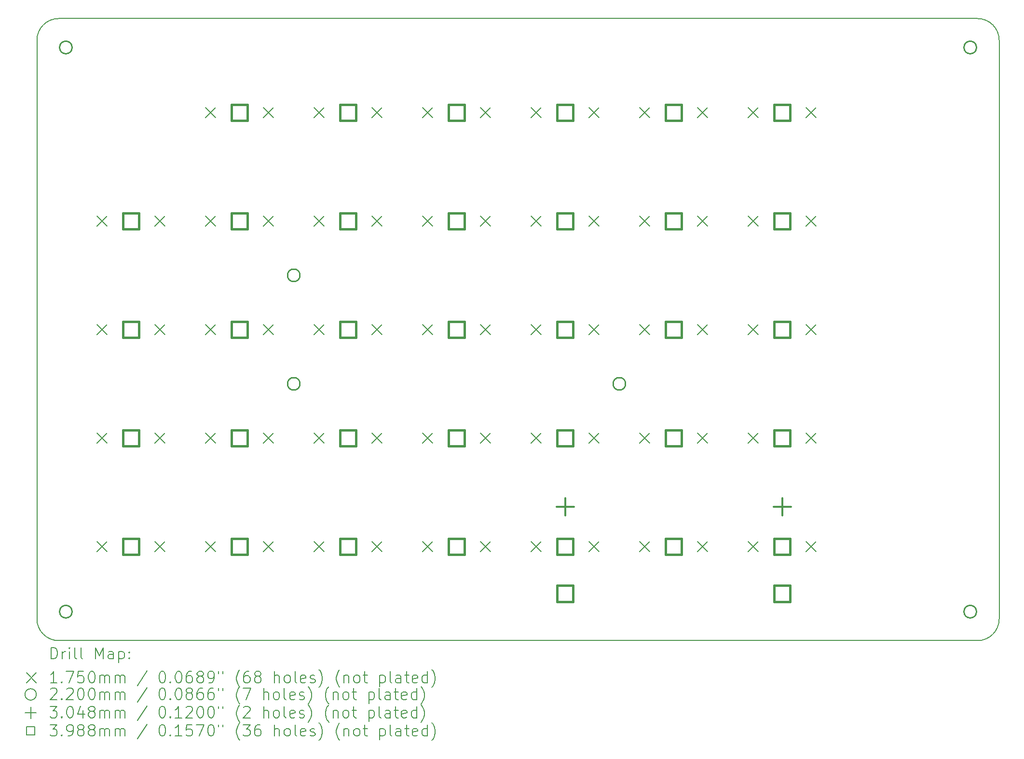
<source format=gbr>
%FSLAX45Y45*%
G04 Gerber Fmt 4.5, Leading zero omitted, Abs format (unit mm)*
G04 Created by KiCad (PCBNEW (6.0.1)) date 2022-04-05 18:44:09*
%MOMM*%
%LPD*%
G01*
G04 APERTURE LIST*
%TA.AperFunction,Profile*%
%ADD10C,0.200000*%
%TD*%
%ADD11C,0.200000*%
%ADD12C,0.175000*%
%ADD13C,0.220000*%
%ADD14C,0.304800*%
%ADD15C,0.398780*%
G04 APERTURE END LIST*
D10*
X3873500Y-3492500D02*
X20002500Y-3492500D01*
X20383500Y-3873500D02*
G75*
G03*
X20002500Y-3492500I-381000J0D01*
G01*
X20383500Y-3873500D02*
X20383500Y-14033500D01*
X3492500Y-14033500D02*
X3492500Y-3873500D01*
X20002500Y-14414500D02*
X3873500Y-14414500D01*
X3873500Y-3492500D02*
G75*
G03*
X3492500Y-3873500I0J-381000D01*
G01*
X3492500Y-14033500D02*
G75*
G03*
X3873500Y-14414500I381000J0D01*
G01*
X20002500Y-14414500D02*
G75*
G03*
X20383500Y-14033500I0J381000D01*
G01*
D11*
D12*
X4548000Y-6961000D02*
X4723000Y-7136000D01*
X4723000Y-6961000D02*
X4548000Y-7136000D01*
X4548000Y-8866000D02*
X4723000Y-9041000D01*
X4723000Y-8866000D02*
X4548000Y-9041000D01*
X4548000Y-10771000D02*
X4723000Y-10946000D01*
X4723000Y-10771000D02*
X4548000Y-10946000D01*
X4548000Y-12676000D02*
X4723000Y-12851000D01*
X4723000Y-12676000D02*
X4548000Y-12851000D01*
X5564000Y-6961000D02*
X5739000Y-7136000D01*
X5739000Y-6961000D02*
X5564000Y-7136000D01*
X5564000Y-8866000D02*
X5739000Y-9041000D01*
X5739000Y-8866000D02*
X5564000Y-9041000D01*
X5564000Y-10771000D02*
X5739000Y-10946000D01*
X5739000Y-10771000D02*
X5564000Y-10946000D01*
X5564000Y-12676000D02*
X5739000Y-12851000D01*
X5739000Y-12676000D02*
X5564000Y-12851000D01*
X6453000Y-5056000D02*
X6628000Y-5231000D01*
X6628000Y-5056000D02*
X6453000Y-5231000D01*
X6453000Y-6961000D02*
X6628000Y-7136000D01*
X6628000Y-6961000D02*
X6453000Y-7136000D01*
X6453000Y-8866000D02*
X6628000Y-9041000D01*
X6628000Y-8866000D02*
X6453000Y-9041000D01*
X6453000Y-10771000D02*
X6628000Y-10946000D01*
X6628000Y-10771000D02*
X6453000Y-10946000D01*
X6453000Y-12676000D02*
X6628000Y-12851000D01*
X6628000Y-12676000D02*
X6453000Y-12851000D01*
X7469000Y-5056000D02*
X7644000Y-5231000D01*
X7644000Y-5056000D02*
X7469000Y-5231000D01*
X7469000Y-6961000D02*
X7644000Y-7136000D01*
X7644000Y-6961000D02*
X7469000Y-7136000D01*
X7469000Y-8866000D02*
X7644000Y-9041000D01*
X7644000Y-8866000D02*
X7469000Y-9041000D01*
X7469000Y-10771000D02*
X7644000Y-10946000D01*
X7644000Y-10771000D02*
X7469000Y-10946000D01*
X7469000Y-12676000D02*
X7644000Y-12851000D01*
X7644000Y-12676000D02*
X7469000Y-12851000D01*
X8358000Y-5056000D02*
X8533000Y-5231000D01*
X8533000Y-5056000D02*
X8358000Y-5231000D01*
X8358000Y-6961000D02*
X8533000Y-7136000D01*
X8533000Y-6961000D02*
X8358000Y-7136000D01*
X8358000Y-8866000D02*
X8533000Y-9041000D01*
X8533000Y-8866000D02*
X8358000Y-9041000D01*
X8358000Y-10771000D02*
X8533000Y-10946000D01*
X8533000Y-10771000D02*
X8358000Y-10946000D01*
X8358000Y-12676000D02*
X8533000Y-12851000D01*
X8533000Y-12676000D02*
X8358000Y-12851000D01*
X9374000Y-5056000D02*
X9549000Y-5231000D01*
X9549000Y-5056000D02*
X9374000Y-5231000D01*
X9374000Y-6961000D02*
X9549000Y-7136000D01*
X9549000Y-6961000D02*
X9374000Y-7136000D01*
X9374000Y-8866000D02*
X9549000Y-9041000D01*
X9549000Y-8866000D02*
X9374000Y-9041000D01*
X9374000Y-10771000D02*
X9549000Y-10946000D01*
X9549000Y-10771000D02*
X9374000Y-10946000D01*
X9374000Y-12676000D02*
X9549000Y-12851000D01*
X9549000Y-12676000D02*
X9374000Y-12851000D01*
X10263000Y-5056000D02*
X10438000Y-5231000D01*
X10438000Y-5056000D02*
X10263000Y-5231000D01*
X10263000Y-6961000D02*
X10438000Y-7136000D01*
X10438000Y-6961000D02*
X10263000Y-7136000D01*
X10263000Y-8866000D02*
X10438000Y-9041000D01*
X10438000Y-8866000D02*
X10263000Y-9041000D01*
X10263000Y-10771000D02*
X10438000Y-10946000D01*
X10438000Y-10771000D02*
X10263000Y-10946000D01*
X10263000Y-12676000D02*
X10438000Y-12851000D01*
X10438000Y-12676000D02*
X10263000Y-12851000D01*
X11279000Y-5056000D02*
X11454000Y-5231000D01*
X11454000Y-5056000D02*
X11279000Y-5231000D01*
X11279000Y-6961000D02*
X11454000Y-7136000D01*
X11454000Y-6961000D02*
X11279000Y-7136000D01*
X11279000Y-8866000D02*
X11454000Y-9041000D01*
X11454000Y-8866000D02*
X11279000Y-9041000D01*
X11279000Y-10771000D02*
X11454000Y-10946000D01*
X11454000Y-10771000D02*
X11279000Y-10946000D01*
X11279000Y-12676000D02*
X11454000Y-12851000D01*
X11454000Y-12676000D02*
X11279000Y-12851000D01*
X12168000Y-5056000D02*
X12343000Y-5231000D01*
X12343000Y-5056000D02*
X12168000Y-5231000D01*
X12168000Y-6961000D02*
X12343000Y-7136000D01*
X12343000Y-6961000D02*
X12168000Y-7136000D01*
X12168000Y-8866000D02*
X12343000Y-9041000D01*
X12343000Y-8866000D02*
X12168000Y-9041000D01*
X12168000Y-10771000D02*
X12343000Y-10946000D01*
X12343000Y-10771000D02*
X12168000Y-10946000D01*
X12168000Y-12676000D02*
X12343000Y-12851000D01*
X12343000Y-12676000D02*
X12168000Y-12851000D01*
X13184000Y-5056000D02*
X13359000Y-5231000D01*
X13359000Y-5056000D02*
X13184000Y-5231000D01*
X13184000Y-6961000D02*
X13359000Y-7136000D01*
X13359000Y-6961000D02*
X13184000Y-7136000D01*
X13184000Y-8866000D02*
X13359000Y-9041000D01*
X13359000Y-8866000D02*
X13184000Y-9041000D01*
X13184000Y-10771000D02*
X13359000Y-10946000D01*
X13359000Y-10771000D02*
X13184000Y-10946000D01*
X13184000Y-12676000D02*
X13359000Y-12851000D01*
X13359000Y-12676000D02*
X13184000Y-12851000D01*
X14073000Y-5056000D02*
X14248000Y-5231000D01*
X14248000Y-5056000D02*
X14073000Y-5231000D01*
X14073000Y-6961000D02*
X14248000Y-7136000D01*
X14248000Y-6961000D02*
X14073000Y-7136000D01*
X14073000Y-8866000D02*
X14248000Y-9041000D01*
X14248000Y-8866000D02*
X14073000Y-9041000D01*
X14073000Y-10771000D02*
X14248000Y-10946000D01*
X14248000Y-10771000D02*
X14073000Y-10946000D01*
X14073440Y-12675220D02*
X14248440Y-12850220D01*
X14248440Y-12675220D02*
X14073440Y-12850220D01*
X15089000Y-5056000D02*
X15264000Y-5231000D01*
X15264000Y-5056000D02*
X15089000Y-5231000D01*
X15089000Y-6961000D02*
X15264000Y-7136000D01*
X15264000Y-6961000D02*
X15089000Y-7136000D01*
X15089000Y-8866000D02*
X15264000Y-9041000D01*
X15264000Y-8866000D02*
X15089000Y-9041000D01*
X15089000Y-10771000D02*
X15264000Y-10946000D01*
X15264000Y-10771000D02*
X15089000Y-10946000D01*
X15089440Y-12675220D02*
X15264440Y-12850220D01*
X15264440Y-12675220D02*
X15089440Y-12850220D01*
X15978000Y-5056000D02*
X16153000Y-5231000D01*
X16153000Y-5056000D02*
X15978000Y-5231000D01*
X15978000Y-6961000D02*
X16153000Y-7136000D01*
X16153000Y-6961000D02*
X15978000Y-7136000D01*
X15978000Y-8866000D02*
X16153000Y-9041000D01*
X16153000Y-8866000D02*
X15978000Y-9041000D01*
X15978000Y-10771000D02*
X16153000Y-10946000D01*
X16153000Y-10771000D02*
X15978000Y-10946000D01*
X15978000Y-12676000D02*
X16153000Y-12851000D01*
X16153000Y-12676000D02*
X15978000Y-12851000D01*
X16994000Y-5056000D02*
X17169000Y-5231000D01*
X17169000Y-5056000D02*
X16994000Y-5231000D01*
X16994000Y-6961000D02*
X17169000Y-7136000D01*
X17169000Y-6961000D02*
X16994000Y-7136000D01*
X16994000Y-8866000D02*
X17169000Y-9041000D01*
X17169000Y-8866000D02*
X16994000Y-9041000D01*
X16994000Y-10771000D02*
X17169000Y-10946000D01*
X17169000Y-10771000D02*
X16994000Y-10946000D01*
X16994000Y-12676000D02*
X17169000Y-12851000D01*
X17169000Y-12676000D02*
X16994000Y-12851000D01*
D13*
X4110500Y-4000500D02*
G75*
G03*
X4110500Y-4000500I-110000J0D01*
G01*
X4110500Y-13906500D02*
G75*
G03*
X4110500Y-13906500I-110000J0D01*
G01*
X8111000Y-8001000D02*
G75*
G03*
X8111000Y-8001000I-110000J0D01*
G01*
X8111000Y-9906000D02*
G75*
G03*
X8111000Y-9906000I-110000J0D01*
G01*
X13826000Y-9906000D02*
G75*
G03*
X13826000Y-9906000I-110000J0D01*
G01*
X19985500Y-4000500D02*
G75*
G03*
X19985500Y-4000500I-110000J0D01*
G01*
X19985500Y-13906500D02*
G75*
G03*
X19985500Y-13906500I-110000J0D01*
G01*
D14*
X12763940Y-11911820D02*
X12763940Y-12216620D01*
X12611540Y-12064220D02*
X12916340Y-12064220D01*
X16573940Y-11911820D02*
X16573940Y-12216620D01*
X16421540Y-12064220D02*
X16726340Y-12064220D01*
D15*
X5284491Y-7189491D02*
X5284491Y-6907509D01*
X5002509Y-6907509D01*
X5002509Y-7189491D01*
X5284491Y-7189491D01*
X5284491Y-9094491D02*
X5284491Y-8812509D01*
X5002509Y-8812509D01*
X5002509Y-9094491D01*
X5284491Y-9094491D01*
X5284491Y-10999491D02*
X5284491Y-10717509D01*
X5002509Y-10717509D01*
X5002509Y-10999491D01*
X5284491Y-10999491D01*
X5284491Y-12904491D02*
X5284491Y-12622509D01*
X5002509Y-12622509D01*
X5002509Y-12904491D01*
X5284491Y-12904491D01*
X7189491Y-5284491D02*
X7189491Y-5002509D01*
X6907509Y-5002509D01*
X6907509Y-5284491D01*
X7189491Y-5284491D01*
X7189491Y-7189491D02*
X7189491Y-6907509D01*
X6907509Y-6907509D01*
X6907509Y-7189491D01*
X7189491Y-7189491D01*
X7189491Y-9094491D02*
X7189491Y-8812509D01*
X6907509Y-8812509D01*
X6907509Y-9094491D01*
X7189491Y-9094491D01*
X7189491Y-10999491D02*
X7189491Y-10717509D01*
X6907509Y-10717509D01*
X6907509Y-10999491D01*
X7189491Y-10999491D01*
X7189491Y-12904491D02*
X7189491Y-12622509D01*
X6907509Y-12622509D01*
X6907509Y-12904491D01*
X7189491Y-12904491D01*
X9094491Y-5284491D02*
X9094491Y-5002509D01*
X8812509Y-5002509D01*
X8812509Y-5284491D01*
X9094491Y-5284491D01*
X9094491Y-7189491D02*
X9094491Y-6907509D01*
X8812509Y-6907509D01*
X8812509Y-7189491D01*
X9094491Y-7189491D01*
X9094491Y-9094491D02*
X9094491Y-8812509D01*
X8812509Y-8812509D01*
X8812509Y-9094491D01*
X9094491Y-9094491D01*
X9094491Y-10999491D02*
X9094491Y-10717509D01*
X8812509Y-10717509D01*
X8812509Y-10999491D01*
X9094491Y-10999491D01*
X9094491Y-12904491D02*
X9094491Y-12622509D01*
X8812509Y-12622509D01*
X8812509Y-12904491D01*
X9094491Y-12904491D01*
X10999491Y-5284491D02*
X10999491Y-5002509D01*
X10717509Y-5002509D01*
X10717509Y-5284491D01*
X10999491Y-5284491D01*
X10999491Y-7189491D02*
X10999491Y-6907509D01*
X10717509Y-6907509D01*
X10717509Y-7189491D01*
X10999491Y-7189491D01*
X10999491Y-9094491D02*
X10999491Y-8812509D01*
X10717509Y-8812509D01*
X10717509Y-9094491D01*
X10999491Y-9094491D01*
X10999491Y-10999491D02*
X10999491Y-10717509D01*
X10717509Y-10717509D01*
X10717509Y-10999491D01*
X10999491Y-10999491D01*
X10999491Y-12904491D02*
X10999491Y-12622509D01*
X10717509Y-12622509D01*
X10717509Y-12904491D01*
X10999491Y-12904491D01*
X12904491Y-5284491D02*
X12904491Y-5002509D01*
X12622509Y-5002509D01*
X12622509Y-5284491D01*
X12904491Y-5284491D01*
X12904491Y-7189491D02*
X12904491Y-6907509D01*
X12622509Y-6907509D01*
X12622509Y-7189491D01*
X12904491Y-7189491D01*
X12904491Y-9094491D02*
X12904491Y-8812509D01*
X12622509Y-8812509D01*
X12622509Y-9094491D01*
X12904491Y-9094491D01*
X12904491Y-10999491D02*
X12904491Y-10717509D01*
X12622509Y-10717509D01*
X12622509Y-10999491D01*
X12904491Y-10999491D01*
X12904491Y-12904491D02*
X12904491Y-12622509D01*
X12622509Y-12622509D01*
X12622509Y-12904491D01*
X12904491Y-12904491D01*
X12904931Y-13729211D02*
X12904931Y-13447229D01*
X12622949Y-13447229D01*
X12622949Y-13729211D01*
X12904931Y-13729211D01*
X14809491Y-5284491D02*
X14809491Y-5002509D01*
X14527509Y-5002509D01*
X14527509Y-5284491D01*
X14809491Y-5284491D01*
X14809491Y-7189491D02*
X14809491Y-6907509D01*
X14527509Y-6907509D01*
X14527509Y-7189491D01*
X14809491Y-7189491D01*
X14809491Y-9094491D02*
X14809491Y-8812509D01*
X14527509Y-8812509D01*
X14527509Y-9094491D01*
X14809491Y-9094491D01*
X14809491Y-10999491D02*
X14809491Y-10717509D01*
X14527509Y-10717509D01*
X14527509Y-10999491D01*
X14809491Y-10999491D01*
X14809931Y-12903711D02*
X14809931Y-12621729D01*
X14527949Y-12621729D01*
X14527949Y-12903711D01*
X14809931Y-12903711D01*
X16714491Y-5284491D02*
X16714491Y-5002509D01*
X16432509Y-5002509D01*
X16432509Y-5284491D01*
X16714491Y-5284491D01*
X16714491Y-7189491D02*
X16714491Y-6907509D01*
X16432509Y-6907509D01*
X16432509Y-7189491D01*
X16714491Y-7189491D01*
X16714491Y-9094491D02*
X16714491Y-8812509D01*
X16432509Y-8812509D01*
X16432509Y-9094491D01*
X16714491Y-9094491D01*
X16714491Y-10999491D02*
X16714491Y-10717509D01*
X16432509Y-10717509D01*
X16432509Y-10999491D01*
X16714491Y-10999491D01*
X16714491Y-12904491D02*
X16714491Y-12622509D01*
X16432509Y-12622509D01*
X16432509Y-12904491D01*
X16714491Y-12904491D01*
X16714931Y-13729211D02*
X16714931Y-13447229D01*
X16432949Y-13447229D01*
X16432949Y-13729211D01*
X16714931Y-13729211D01*
D11*
X3740119Y-14734976D02*
X3740119Y-14534976D01*
X3787738Y-14534976D01*
X3816309Y-14544500D01*
X3835357Y-14563548D01*
X3844881Y-14582595D01*
X3854405Y-14620690D01*
X3854405Y-14649262D01*
X3844881Y-14687357D01*
X3835357Y-14706405D01*
X3816309Y-14725452D01*
X3787738Y-14734976D01*
X3740119Y-14734976D01*
X3940119Y-14734976D02*
X3940119Y-14601643D01*
X3940119Y-14639738D02*
X3949643Y-14620690D01*
X3959167Y-14611167D01*
X3978214Y-14601643D01*
X3997262Y-14601643D01*
X4063928Y-14734976D02*
X4063928Y-14601643D01*
X4063928Y-14534976D02*
X4054405Y-14544500D01*
X4063928Y-14554024D01*
X4073452Y-14544500D01*
X4063928Y-14534976D01*
X4063928Y-14554024D01*
X4187738Y-14734976D02*
X4168690Y-14725452D01*
X4159167Y-14706405D01*
X4159167Y-14534976D01*
X4292500Y-14734976D02*
X4273452Y-14725452D01*
X4263929Y-14706405D01*
X4263929Y-14534976D01*
X4521071Y-14734976D02*
X4521071Y-14534976D01*
X4587738Y-14677833D01*
X4654405Y-14534976D01*
X4654405Y-14734976D01*
X4835357Y-14734976D02*
X4835357Y-14630214D01*
X4825833Y-14611167D01*
X4806786Y-14601643D01*
X4768690Y-14601643D01*
X4749643Y-14611167D01*
X4835357Y-14725452D02*
X4816310Y-14734976D01*
X4768690Y-14734976D01*
X4749643Y-14725452D01*
X4740119Y-14706405D01*
X4740119Y-14687357D01*
X4749643Y-14668309D01*
X4768690Y-14658786D01*
X4816310Y-14658786D01*
X4835357Y-14649262D01*
X4930595Y-14601643D02*
X4930595Y-14801643D01*
X4930595Y-14611167D02*
X4949643Y-14601643D01*
X4987738Y-14601643D01*
X5006786Y-14611167D01*
X5016310Y-14620690D01*
X5025833Y-14639738D01*
X5025833Y-14696881D01*
X5016310Y-14715928D01*
X5006786Y-14725452D01*
X4987738Y-14734976D01*
X4949643Y-14734976D01*
X4930595Y-14725452D01*
X5111548Y-14715928D02*
X5121071Y-14725452D01*
X5111548Y-14734976D01*
X5102024Y-14725452D01*
X5111548Y-14715928D01*
X5111548Y-14734976D01*
X5111548Y-14611167D02*
X5121071Y-14620690D01*
X5111548Y-14630214D01*
X5102024Y-14620690D01*
X5111548Y-14611167D01*
X5111548Y-14630214D01*
D12*
X3307500Y-14977000D02*
X3482500Y-15152000D01*
X3482500Y-14977000D02*
X3307500Y-15152000D01*
D11*
X3844881Y-15154976D02*
X3730595Y-15154976D01*
X3787738Y-15154976D02*
X3787738Y-14954976D01*
X3768690Y-14983548D01*
X3749643Y-15002595D01*
X3730595Y-15012119D01*
X3930595Y-15135928D02*
X3940119Y-15145452D01*
X3930595Y-15154976D01*
X3921071Y-15145452D01*
X3930595Y-15135928D01*
X3930595Y-15154976D01*
X4006786Y-14954976D02*
X4140119Y-14954976D01*
X4054405Y-15154976D01*
X4311548Y-14954976D02*
X4216310Y-14954976D01*
X4206786Y-15050214D01*
X4216310Y-15040690D01*
X4235357Y-15031167D01*
X4282976Y-15031167D01*
X4302024Y-15040690D01*
X4311548Y-15050214D01*
X4321071Y-15069262D01*
X4321071Y-15116881D01*
X4311548Y-15135928D01*
X4302024Y-15145452D01*
X4282976Y-15154976D01*
X4235357Y-15154976D01*
X4216310Y-15145452D01*
X4206786Y-15135928D01*
X4444881Y-14954976D02*
X4463929Y-14954976D01*
X4482976Y-14964500D01*
X4492500Y-14974024D01*
X4502024Y-14993071D01*
X4511548Y-15031167D01*
X4511548Y-15078786D01*
X4502024Y-15116881D01*
X4492500Y-15135928D01*
X4482976Y-15145452D01*
X4463929Y-15154976D01*
X4444881Y-15154976D01*
X4425833Y-15145452D01*
X4416310Y-15135928D01*
X4406786Y-15116881D01*
X4397262Y-15078786D01*
X4397262Y-15031167D01*
X4406786Y-14993071D01*
X4416310Y-14974024D01*
X4425833Y-14964500D01*
X4444881Y-14954976D01*
X4597262Y-15154976D02*
X4597262Y-15021643D01*
X4597262Y-15040690D02*
X4606786Y-15031167D01*
X4625833Y-15021643D01*
X4654405Y-15021643D01*
X4673452Y-15031167D01*
X4682976Y-15050214D01*
X4682976Y-15154976D01*
X4682976Y-15050214D02*
X4692500Y-15031167D01*
X4711548Y-15021643D01*
X4740119Y-15021643D01*
X4759167Y-15031167D01*
X4768690Y-15050214D01*
X4768690Y-15154976D01*
X4863929Y-15154976D02*
X4863929Y-15021643D01*
X4863929Y-15040690D02*
X4873452Y-15031167D01*
X4892500Y-15021643D01*
X4921071Y-15021643D01*
X4940119Y-15031167D01*
X4949643Y-15050214D01*
X4949643Y-15154976D01*
X4949643Y-15050214D02*
X4959167Y-15031167D01*
X4978214Y-15021643D01*
X5006786Y-15021643D01*
X5025833Y-15031167D01*
X5035357Y-15050214D01*
X5035357Y-15154976D01*
X5425833Y-14945452D02*
X5254405Y-15202595D01*
X5682976Y-14954976D02*
X5702024Y-14954976D01*
X5721071Y-14964500D01*
X5730595Y-14974024D01*
X5740119Y-14993071D01*
X5749643Y-15031167D01*
X5749643Y-15078786D01*
X5740119Y-15116881D01*
X5730595Y-15135928D01*
X5721071Y-15145452D01*
X5702024Y-15154976D01*
X5682976Y-15154976D01*
X5663928Y-15145452D01*
X5654405Y-15135928D01*
X5644881Y-15116881D01*
X5635357Y-15078786D01*
X5635357Y-15031167D01*
X5644881Y-14993071D01*
X5654405Y-14974024D01*
X5663928Y-14964500D01*
X5682976Y-14954976D01*
X5835357Y-15135928D02*
X5844881Y-15145452D01*
X5835357Y-15154976D01*
X5825833Y-15145452D01*
X5835357Y-15135928D01*
X5835357Y-15154976D01*
X5968690Y-14954976D02*
X5987738Y-14954976D01*
X6006786Y-14964500D01*
X6016309Y-14974024D01*
X6025833Y-14993071D01*
X6035357Y-15031167D01*
X6035357Y-15078786D01*
X6025833Y-15116881D01*
X6016309Y-15135928D01*
X6006786Y-15145452D01*
X5987738Y-15154976D01*
X5968690Y-15154976D01*
X5949643Y-15145452D01*
X5940119Y-15135928D01*
X5930595Y-15116881D01*
X5921071Y-15078786D01*
X5921071Y-15031167D01*
X5930595Y-14993071D01*
X5940119Y-14974024D01*
X5949643Y-14964500D01*
X5968690Y-14954976D01*
X6206786Y-14954976D02*
X6168690Y-14954976D01*
X6149643Y-14964500D01*
X6140119Y-14974024D01*
X6121071Y-15002595D01*
X6111548Y-15040690D01*
X6111548Y-15116881D01*
X6121071Y-15135928D01*
X6130595Y-15145452D01*
X6149643Y-15154976D01*
X6187738Y-15154976D01*
X6206786Y-15145452D01*
X6216309Y-15135928D01*
X6225833Y-15116881D01*
X6225833Y-15069262D01*
X6216309Y-15050214D01*
X6206786Y-15040690D01*
X6187738Y-15031167D01*
X6149643Y-15031167D01*
X6130595Y-15040690D01*
X6121071Y-15050214D01*
X6111548Y-15069262D01*
X6340119Y-15040690D02*
X6321071Y-15031167D01*
X6311548Y-15021643D01*
X6302024Y-15002595D01*
X6302024Y-14993071D01*
X6311548Y-14974024D01*
X6321071Y-14964500D01*
X6340119Y-14954976D01*
X6378214Y-14954976D01*
X6397262Y-14964500D01*
X6406786Y-14974024D01*
X6416309Y-14993071D01*
X6416309Y-15002595D01*
X6406786Y-15021643D01*
X6397262Y-15031167D01*
X6378214Y-15040690D01*
X6340119Y-15040690D01*
X6321071Y-15050214D01*
X6311548Y-15059738D01*
X6302024Y-15078786D01*
X6302024Y-15116881D01*
X6311548Y-15135928D01*
X6321071Y-15145452D01*
X6340119Y-15154976D01*
X6378214Y-15154976D01*
X6397262Y-15145452D01*
X6406786Y-15135928D01*
X6416309Y-15116881D01*
X6416309Y-15078786D01*
X6406786Y-15059738D01*
X6397262Y-15050214D01*
X6378214Y-15040690D01*
X6511548Y-15154976D02*
X6549643Y-15154976D01*
X6568690Y-15145452D01*
X6578214Y-15135928D01*
X6597262Y-15107357D01*
X6606786Y-15069262D01*
X6606786Y-14993071D01*
X6597262Y-14974024D01*
X6587738Y-14964500D01*
X6568690Y-14954976D01*
X6530595Y-14954976D01*
X6511548Y-14964500D01*
X6502024Y-14974024D01*
X6492500Y-14993071D01*
X6492500Y-15040690D01*
X6502024Y-15059738D01*
X6511548Y-15069262D01*
X6530595Y-15078786D01*
X6568690Y-15078786D01*
X6587738Y-15069262D01*
X6597262Y-15059738D01*
X6606786Y-15040690D01*
X6682976Y-14954976D02*
X6682976Y-14993071D01*
X6759167Y-14954976D02*
X6759167Y-14993071D01*
X7054405Y-15231167D02*
X7044881Y-15221643D01*
X7025833Y-15193071D01*
X7016309Y-15174024D01*
X7006786Y-15145452D01*
X6997262Y-15097833D01*
X6997262Y-15059738D01*
X7006786Y-15012119D01*
X7016309Y-14983548D01*
X7025833Y-14964500D01*
X7044881Y-14935928D01*
X7054405Y-14926405D01*
X7216309Y-14954976D02*
X7178214Y-14954976D01*
X7159167Y-14964500D01*
X7149643Y-14974024D01*
X7130595Y-15002595D01*
X7121071Y-15040690D01*
X7121071Y-15116881D01*
X7130595Y-15135928D01*
X7140119Y-15145452D01*
X7159167Y-15154976D01*
X7197262Y-15154976D01*
X7216309Y-15145452D01*
X7225833Y-15135928D01*
X7235357Y-15116881D01*
X7235357Y-15069262D01*
X7225833Y-15050214D01*
X7216309Y-15040690D01*
X7197262Y-15031167D01*
X7159167Y-15031167D01*
X7140119Y-15040690D01*
X7130595Y-15050214D01*
X7121071Y-15069262D01*
X7349643Y-15040690D02*
X7330595Y-15031167D01*
X7321071Y-15021643D01*
X7311548Y-15002595D01*
X7311548Y-14993071D01*
X7321071Y-14974024D01*
X7330595Y-14964500D01*
X7349643Y-14954976D01*
X7387738Y-14954976D01*
X7406786Y-14964500D01*
X7416309Y-14974024D01*
X7425833Y-14993071D01*
X7425833Y-15002595D01*
X7416309Y-15021643D01*
X7406786Y-15031167D01*
X7387738Y-15040690D01*
X7349643Y-15040690D01*
X7330595Y-15050214D01*
X7321071Y-15059738D01*
X7311548Y-15078786D01*
X7311548Y-15116881D01*
X7321071Y-15135928D01*
X7330595Y-15145452D01*
X7349643Y-15154976D01*
X7387738Y-15154976D01*
X7406786Y-15145452D01*
X7416309Y-15135928D01*
X7425833Y-15116881D01*
X7425833Y-15078786D01*
X7416309Y-15059738D01*
X7406786Y-15050214D01*
X7387738Y-15040690D01*
X7663928Y-15154976D02*
X7663928Y-14954976D01*
X7749643Y-15154976D02*
X7749643Y-15050214D01*
X7740119Y-15031167D01*
X7721071Y-15021643D01*
X7692500Y-15021643D01*
X7673452Y-15031167D01*
X7663928Y-15040690D01*
X7873452Y-15154976D02*
X7854405Y-15145452D01*
X7844881Y-15135928D01*
X7835357Y-15116881D01*
X7835357Y-15059738D01*
X7844881Y-15040690D01*
X7854405Y-15031167D01*
X7873452Y-15021643D01*
X7902024Y-15021643D01*
X7921071Y-15031167D01*
X7930595Y-15040690D01*
X7940119Y-15059738D01*
X7940119Y-15116881D01*
X7930595Y-15135928D01*
X7921071Y-15145452D01*
X7902024Y-15154976D01*
X7873452Y-15154976D01*
X8054405Y-15154976D02*
X8035357Y-15145452D01*
X8025833Y-15126405D01*
X8025833Y-14954976D01*
X8206786Y-15145452D02*
X8187738Y-15154976D01*
X8149643Y-15154976D01*
X8130595Y-15145452D01*
X8121071Y-15126405D01*
X8121071Y-15050214D01*
X8130595Y-15031167D01*
X8149643Y-15021643D01*
X8187738Y-15021643D01*
X8206786Y-15031167D01*
X8216309Y-15050214D01*
X8216309Y-15069262D01*
X8121071Y-15088309D01*
X8292500Y-15145452D02*
X8311548Y-15154976D01*
X8349643Y-15154976D01*
X8368690Y-15145452D01*
X8378214Y-15126405D01*
X8378214Y-15116881D01*
X8368690Y-15097833D01*
X8349643Y-15088309D01*
X8321071Y-15088309D01*
X8302024Y-15078786D01*
X8292500Y-15059738D01*
X8292500Y-15050214D01*
X8302024Y-15031167D01*
X8321071Y-15021643D01*
X8349643Y-15021643D01*
X8368690Y-15031167D01*
X8444881Y-15231167D02*
X8454405Y-15221643D01*
X8473452Y-15193071D01*
X8482976Y-15174024D01*
X8492500Y-15145452D01*
X8502024Y-15097833D01*
X8502024Y-15059738D01*
X8492500Y-15012119D01*
X8482976Y-14983548D01*
X8473452Y-14964500D01*
X8454405Y-14935928D01*
X8444881Y-14926405D01*
X8806786Y-15231167D02*
X8797262Y-15221643D01*
X8778214Y-15193071D01*
X8768690Y-15174024D01*
X8759167Y-15145452D01*
X8749643Y-15097833D01*
X8749643Y-15059738D01*
X8759167Y-15012119D01*
X8768690Y-14983548D01*
X8778214Y-14964500D01*
X8797262Y-14935928D01*
X8806786Y-14926405D01*
X8882976Y-15021643D02*
X8882976Y-15154976D01*
X8882976Y-15040690D02*
X8892500Y-15031167D01*
X8911548Y-15021643D01*
X8940119Y-15021643D01*
X8959167Y-15031167D01*
X8968690Y-15050214D01*
X8968690Y-15154976D01*
X9092500Y-15154976D02*
X9073452Y-15145452D01*
X9063929Y-15135928D01*
X9054405Y-15116881D01*
X9054405Y-15059738D01*
X9063929Y-15040690D01*
X9073452Y-15031167D01*
X9092500Y-15021643D01*
X9121071Y-15021643D01*
X9140119Y-15031167D01*
X9149643Y-15040690D01*
X9159167Y-15059738D01*
X9159167Y-15116881D01*
X9149643Y-15135928D01*
X9140119Y-15145452D01*
X9121071Y-15154976D01*
X9092500Y-15154976D01*
X9216310Y-15021643D02*
X9292500Y-15021643D01*
X9244881Y-14954976D02*
X9244881Y-15126405D01*
X9254405Y-15145452D01*
X9273452Y-15154976D01*
X9292500Y-15154976D01*
X9511548Y-15021643D02*
X9511548Y-15221643D01*
X9511548Y-15031167D02*
X9530595Y-15021643D01*
X9568690Y-15021643D01*
X9587738Y-15031167D01*
X9597262Y-15040690D01*
X9606786Y-15059738D01*
X9606786Y-15116881D01*
X9597262Y-15135928D01*
X9587738Y-15145452D01*
X9568690Y-15154976D01*
X9530595Y-15154976D01*
X9511548Y-15145452D01*
X9721071Y-15154976D02*
X9702024Y-15145452D01*
X9692500Y-15126405D01*
X9692500Y-14954976D01*
X9882976Y-15154976D02*
X9882976Y-15050214D01*
X9873452Y-15031167D01*
X9854405Y-15021643D01*
X9816310Y-15021643D01*
X9797262Y-15031167D01*
X9882976Y-15145452D02*
X9863929Y-15154976D01*
X9816310Y-15154976D01*
X9797262Y-15145452D01*
X9787738Y-15126405D01*
X9787738Y-15107357D01*
X9797262Y-15088309D01*
X9816310Y-15078786D01*
X9863929Y-15078786D01*
X9882976Y-15069262D01*
X9949643Y-15021643D02*
X10025833Y-15021643D01*
X9978214Y-14954976D02*
X9978214Y-15126405D01*
X9987738Y-15145452D01*
X10006786Y-15154976D01*
X10025833Y-15154976D01*
X10168690Y-15145452D02*
X10149643Y-15154976D01*
X10111548Y-15154976D01*
X10092500Y-15145452D01*
X10082976Y-15126405D01*
X10082976Y-15050214D01*
X10092500Y-15031167D01*
X10111548Y-15021643D01*
X10149643Y-15021643D01*
X10168690Y-15031167D01*
X10178214Y-15050214D01*
X10178214Y-15069262D01*
X10082976Y-15088309D01*
X10349643Y-15154976D02*
X10349643Y-14954976D01*
X10349643Y-15145452D02*
X10330595Y-15154976D01*
X10292500Y-15154976D01*
X10273452Y-15145452D01*
X10263929Y-15135928D01*
X10254405Y-15116881D01*
X10254405Y-15059738D01*
X10263929Y-15040690D01*
X10273452Y-15031167D01*
X10292500Y-15021643D01*
X10330595Y-15021643D01*
X10349643Y-15031167D01*
X10425833Y-15231167D02*
X10435357Y-15221643D01*
X10454405Y-15193071D01*
X10463929Y-15174024D01*
X10473452Y-15145452D01*
X10482976Y-15097833D01*
X10482976Y-15059738D01*
X10473452Y-15012119D01*
X10463929Y-14983548D01*
X10454405Y-14964500D01*
X10435357Y-14935928D01*
X10425833Y-14926405D01*
X3482500Y-15359500D02*
G75*
G03*
X3482500Y-15359500I-100000J0D01*
G01*
X3730595Y-15269024D02*
X3740119Y-15259500D01*
X3759167Y-15249976D01*
X3806786Y-15249976D01*
X3825833Y-15259500D01*
X3835357Y-15269024D01*
X3844881Y-15288071D01*
X3844881Y-15307119D01*
X3835357Y-15335690D01*
X3721071Y-15449976D01*
X3844881Y-15449976D01*
X3930595Y-15430928D02*
X3940119Y-15440452D01*
X3930595Y-15449976D01*
X3921071Y-15440452D01*
X3930595Y-15430928D01*
X3930595Y-15449976D01*
X4016309Y-15269024D02*
X4025833Y-15259500D01*
X4044881Y-15249976D01*
X4092500Y-15249976D01*
X4111548Y-15259500D01*
X4121071Y-15269024D01*
X4130595Y-15288071D01*
X4130595Y-15307119D01*
X4121071Y-15335690D01*
X4006786Y-15449976D01*
X4130595Y-15449976D01*
X4254405Y-15249976D02*
X4273452Y-15249976D01*
X4292500Y-15259500D01*
X4302024Y-15269024D01*
X4311548Y-15288071D01*
X4321071Y-15326167D01*
X4321071Y-15373786D01*
X4311548Y-15411881D01*
X4302024Y-15430928D01*
X4292500Y-15440452D01*
X4273452Y-15449976D01*
X4254405Y-15449976D01*
X4235357Y-15440452D01*
X4225833Y-15430928D01*
X4216310Y-15411881D01*
X4206786Y-15373786D01*
X4206786Y-15326167D01*
X4216310Y-15288071D01*
X4225833Y-15269024D01*
X4235357Y-15259500D01*
X4254405Y-15249976D01*
X4444881Y-15249976D02*
X4463929Y-15249976D01*
X4482976Y-15259500D01*
X4492500Y-15269024D01*
X4502024Y-15288071D01*
X4511548Y-15326167D01*
X4511548Y-15373786D01*
X4502024Y-15411881D01*
X4492500Y-15430928D01*
X4482976Y-15440452D01*
X4463929Y-15449976D01*
X4444881Y-15449976D01*
X4425833Y-15440452D01*
X4416310Y-15430928D01*
X4406786Y-15411881D01*
X4397262Y-15373786D01*
X4397262Y-15326167D01*
X4406786Y-15288071D01*
X4416310Y-15269024D01*
X4425833Y-15259500D01*
X4444881Y-15249976D01*
X4597262Y-15449976D02*
X4597262Y-15316643D01*
X4597262Y-15335690D02*
X4606786Y-15326167D01*
X4625833Y-15316643D01*
X4654405Y-15316643D01*
X4673452Y-15326167D01*
X4682976Y-15345214D01*
X4682976Y-15449976D01*
X4682976Y-15345214D02*
X4692500Y-15326167D01*
X4711548Y-15316643D01*
X4740119Y-15316643D01*
X4759167Y-15326167D01*
X4768690Y-15345214D01*
X4768690Y-15449976D01*
X4863929Y-15449976D02*
X4863929Y-15316643D01*
X4863929Y-15335690D02*
X4873452Y-15326167D01*
X4892500Y-15316643D01*
X4921071Y-15316643D01*
X4940119Y-15326167D01*
X4949643Y-15345214D01*
X4949643Y-15449976D01*
X4949643Y-15345214D02*
X4959167Y-15326167D01*
X4978214Y-15316643D01*
X5006786Y-15316643D01*
X5025833Y-15326167D01*
X5035357Y-15345214D01*
X5035357Y-15449976D01*
X5425833Y-15240452D02*
X5254405Y-15497595D01*
X5682976Y-15249976D02*
X5702024Y-15249976D01*
X5721071Y-15259500D01*
X5730595Y-15269024D01*
X5740119Y-15288071D01*
X5749643Y-15326167D01*
X5749643Y-15373786D01*
X5740119Y-15411881D01*
X5730595Y-15430928D01*
X5721071Y-15440452D01*
X5702024Y-15449976D01*
X5682976Y-15449976D01*
X5663928Y-15440452D01*
X5654405Y-15430928D01*
X5644881Y-15411881D01*
X5635357Y-15373786D01*
X5635357Y-15326167D01*
X5644881Y-15288071D01*
X5654405Y-15269024D01*
X5663928Y-15259500D01*
X5682976Y-15249976D01*
X5835357Y-15430928D02*
X5844881Y-15440452D01*
X5835357Y-15449976D01*
X5825833Y-15440452D01*
X5835357Y-15430928D01*
X5835357Y-15449976D01*
X5968690Y-15249976D02*
X5987738Y-15249976D01*
X6006786Y-15259500D01*
X6016309Y-15269024D01*
X6025833Y-15288071D01*
X6035357Y-15326167D01*
X6035357Y-15373786D01*
X6025833Y-15411881D01*
X6016309Y-15430928D01*
X6006786Y-15440452D01*
X5987738Y-15449976D01*
X5968690Y-15449976D01*
X5949643Y-15440452D01*
X5940119Y-15430928D01*
X5930595Y-15411881D01*
X5921071Y-15373786D01*
X5921071Y-15326167D01*
X5930595Y-15288071D01*
X5940119Y-15269024D01*
X5949643Y-15259500D01*
X5968690Y-15249976D01*
X6149643Y-15335690D02*
X6130595Y-15326167D01*
X6121071Y-15316643D01*
X6111548Y-15297595D01*
X6111548Y-15288071D01*
X6121071Y-15269024D01*
X6130595Y-15259500D01*
X6149643Y-15249976D01*
X6187738Y-15249976D01*
X6206786Y-15259500D01*
X6216309Y-15269024D01*
X6225833Y-15288071D01*
X6225833Y-15297595D01*
X6216309Y-15316643D01*
X6206786Y-15326167D01*
X6187738Y-15335690D01*
X6149643Y-15335690D01*
X6130595Y-15345214D01*
X6121071Y-15354738D01*
X6111548Y-15373786D01*
X6111548Y-15411881D01*
X6121071Y-15430928D01*
X6130595Y-15440452D01*
X6149643Y-15449976D01*
X6187738Y-15449976D01*
X6206786Y-15440452D01*
X6216309Y-15430928D01*
X6225833Y-15411881D01*
X6225833Y-15373786D01*
X6216309Y-15354738D01*
X6206786Y-15345214D01*
X6187738Y-15335690D01*
X6397262Y-15249976D02*
X6359167Y-15249976D01*
X6340119Y-15259500D01*
X6330595Y-15269024D01*
X6311548Y-15297595D01*
X6302024Y-15335690D01*
X6302024Y-15411881D01*
X6311548Y-15430928D01*
X6321071Y-15440452D01*
X6340119Y-15449976D01*
X6378214Y-15449976D01*
X6397262Y-15440452D01*
X6406786Y-15430928D01*
X6416309Y-15411881D01*
X6416309Y-15364262D01*
X6406786Y-15345214D01*
X6397262Y-15335690D01*
X6378214Y-15326167D01*
X6340119Y-15326167D01*
X6321071Y-15335690D01*
X6311548Y-15345214D01*
X6302024Y-15364262D01*
X6587738Y-15249976D02*
X6549643Y-15249976D01*
X6530595Y-15259500D01*
X6521071Y-15269024D01*
X6502024Y-15297595D01*
X6492500Y-15335690D01*
X6492500Y-15411881D01*
X6502024Y-15430928D01*
X6511548Y-15440452D01*
X6530595Y-15449976D01*
X6568690Y-15449976D01*
X6587738Y-15440452D01*
X6597262Y-15430928D01*
X6606786Y-15411881D01*
X6606786Y-15364262D01*
X6597262Y-15345214D01*
X6587738Y-15335690D01*
X6568690Y-15326167D01*
X6530595Y-15326167D01*
X6511548Y-15335690D01*
X6502024Y-15345214D01*
X6492500Y-15364262D01*
X6682976Y-15249976D02*
X6682976Y-15288071D01*
X6759167Y-15249976D02*
X6759167Y-15288071D01*
X7054405Y-15526167D02*
X7044881Y-15516643D01*
X7025833Y-15488071D01*
X7016309Y-15469024D01*
X7006786Y-15440452D01*
X6997262Y-15392833D01*
X6997262Y-15354738D01*
X7006786Y-15307119D01*
X7016309Y-15278548D01*
X7025833Y-15259500D01*
X7044881Y-15230928D01*
X7054405Y-15221405D01*
X7111548Y-15249976D02*
X7244881Y-15249976D01*
X7159167Y-15449976D01*
X7473452Y-15449976D02*
X7473452Y-15249976D01*
X7559167Y-15449976D02*
X7559167Y-15345214D01*
X7549643Y-15326167D01*
X7530595Y-15316643D01*
X7502024Y-15316643D01*
X7482976Y-15326167D01*
X7473452Y-15335690D01*
X7682976Y-15449976D02*
X7663928Y-15440452D01*
X7654405Y-15430928D01*
X7644881Y-15411881D01*
X7644881Y-15354738D01*
X7654405Y-15335690D01*
X7663928Y-15326167D01*
X7682976Y-15316643D01*
X7711548Y-15316643D01*
X7730595Y-15326167D01*
X7740119Y-15335690D01*
X7749643Y-15354738D01*
X7749643Y-15411881D01*
X7740119Y-15430928D01*
X7730595Y-15440452D01*
X7711548Y-15449976D01*
X7682976Y-15449976D01*
X7863928Y-15449976D02*
X7844881Y-15440452D01*
X7835357Y-15421405D01*
X7835357Y-15249976D01*
X8016309Y-15440452D02*
X7997262Y-15449976D01*
X7959167Y-15449976D01*
X7940119Y-15440452D01*
X7930595Y-15421405D01*
X7930595Y-15345214D01*
X7940119Y-15326167D01*
X7959167Y-15316643D01*
X7997262Y-15316643D01*
X8016309Y-15326167D01*
X8025833Y-15345214D01*
X8025833Y-15364262D01*
X7930595Y-15383309D01*
X8102024Y-15440452D02*
X8121071Y-15449976D01*
X8159167Y-15449976D01*
X8178214Y-15440452D01*
X8187738Y-15421405D01*
X8187738Y-15411881D01*
X8178214Y-15392833D01*
X8159167Y-15383309D01*
X8130595Y-15383309D01*
X8111548Y-15373786D01*
X8102024Y-15354738D01*
X8102024Y-15345214D01*
X8111548Y-15326167D01*
X8130595Y-15316643D01*
X8159167Y-15316643D01*
X8178214Y-15326167D01*
X8254405Y-15526167D02*
X8263928Y-15516643D01*
X8282976Y-15488071D01*
X8292500Y-15469024D01*
X8302024Y-15440452D01*
X8311548Y-15392833D01*
X8311548Y-15354738D01*
X8302024Y-15307119D01*
X8292500Y-15278548D01*
X8282976Y-15259500D01*
X8263928Y-15230928D01*
X8254405Y-15221405D01*
X8616310Y-15526167D02*
X8606786Y-15516643D01*
X8587738Y-15488071D01*
X8578214Y-15469024D01*
X8568690Y-15440452D01*
X8559167Y-15392833D01*
X8559167Y-15354738D01*
X8568690Y-15307119D01*
X8578214Y-15278548D01*
X8587738Y-15259500D01*
X8606786Y-15230928D01*
X8616310Y-15221405D01*
X8692500Y-15316643D02*
X8692500Y-15449976D01*
X8692500Y-15335690D02*
X8702024Y-15326167D01*
X8721071Y-15316643D01*
X8749643Y-15316643D01*
X8768690Y-15326167D01*
X8778214Y-15345214D01*
X8778214Y-15449976D01*
X8902024Y-15449976D02*
X8882976Y-15440452D01*
X8873452Y-15430928D01*
X8863929Y-15411881D01*
X8863929Y-15354738D01*
X8873452Y-15335690D01*
X8882976Y-15326167D01*
X8902024Y-15316643D01*
X8930595Y-15316643D01*
X8949643Y-15326167D01*
X8959167Y-15335690D01*
X8968690Y-15354738D01*
X8968690Y-15411881D01*
X8959167Y-15430928D01*
X8949643Y-15440452D01*
X8930595Y-15449976D01*
X8902024Y-15449976D01*
X9025833Y-15316643D02*
X9102024Y-15316643D01*
X9054405Y-15249976D02*
X9054405Y-15421405D01*
X9063929Y-15440452D01*
X9082976Y-15449976D01*
X9102024Y-15449976D01*
X9321071Y-15316643D02*
X9321071Y-15516643D01*
X9321071Y-15326167D02*
X9340119Y-15316643D01*
X9378214Y-15316643D01*
X9397262Y-15326167D01*
X9406786Y-15335690D01*
X9416310Y-15354738D01*
X9416310Y-15411881D01*
X9406786Y-15430928D01*
X9397262Y-15440452D01*
X9378214Y-15449976D01*
X9340119Y-15449976D01*
X9321071Y-15440452D01*
X9530595Y-15449976D02*
X9511548Y-15440452D01*
X9502024Y-15421405D01*
X9502024Y-15249976D01*
X9692500Y-15449976D02*
X9692500Y-15345214D01*
X9682976Y-15326167D01*
X9663929Y-15316643D01*
X9625833Y-15316643D01*
X9606786Y-15326167D01*
X9692500Y-15440452D02*
X9673452Y-15449976D01*
X9625833Y-15449976D01*
X9606786Y-15440452D01*
X9597262Y-15421405D01*
X9597262Y-15402357D01*
X9606786Y-15383309D01*
X9625833Y-15373786D01*
X9673452Y-15373786D01*
X9692500Y-15364262D01*
X9759167Y-15316643D02*
X9835357Y-15316643D01*
X9787738Y-15249976D02*
X9787738Y-15421405D01*
X9797262Y-15440452D01*
X9816310Y-15449976D01*
X9835357Y-15449976D01*
X9978214Y-15440452D02*
X9959167Y-15449976D01*
X9921071Y-15449976D01*
X9902024Y-15440452D01*
X9892500Y-15421405D01*
X9892500Y-15345214D01*
X9902024Y-15326167D01*
X9921071Y-15316643D01*
X9959167Y-15316643D01*
X9978214Y-15326167D01*
X9987738Y-15345214D01*
X9987738Y-15364262D01*
X9892500Y-15383309D01*
X10159167Y-15449976D02*
X10159167Y-15249976D01*
X10159167Y-15440452D02*
X10140119Y-15449976D01*
X10102024Y-15449976D01*
X10082976Y-15440452D01*
X10073452Y-15430928D01*
X10063929Y-15411881D01*
X10063929Y-15354738D01*
X10073452Y-15335690D01*
X10082976Y-15326167D01*
X10102024Y-15316643D01*
X10140119Y-15316643D01*
X10159167Y-15326167D01*
X10235357Y-15526167D02*
X10244881Y-15516643D01*
X10263929Y-15488071D01*
X10273452Y-15469024D01*
X10282976Y-15440452D01*
X10292500Y-15392833D01*
X10292500Y-15354738D01*
X10282976Y-15307119D01*
X10273452Y-15278548D01*
X10263929Y-15259500D01*
X10244881Y-15230928D01*
X10235357Y-15221405D01*
X3382500Y-15579500D02*
X3382500Y-15779500D01*
X3282500Y-15679500D02*
X3482500Y-15679500D01*
X3721071Y-15569976D02*
X3844881Y-15569976D01*
X3778214Y-15646167D01*
X3806786Y-15646167D01*
X3825833Y-15655690D01*
X3835357Y-15665214D01*
X3844881Y-15684262D01*
X3844881Y-15731881D01*
X3835357Y-15750928D01*
X3825833Y-15760452D01*
X3806786Y-15769976D01*
X3749643Y-15769976D01*
X3730595Y-15760452D01*
X3721071Y-15750928D01*
X3930595Y-15750928D02*
X3940119Y-15760452D01*
X3930595Y-15769976D01*
X3921071Y-15760452D01*
X3930595Y-15750928D01*
X3930595Y-15769976D01*
X4063928Y-15569976D02*
X4082976Y-15569976D01*
X4102024Y-15579500D01*
X4111548Y-15589024D01*
X4121071Y-15608071D01*
X4130595Y-15646167D01*
X4130595Y-15693786D01*
X4121071Y-15731881D01*
X4111548Y-15750928D01*
X4102024Y-15760452D01*
X4082976Y-15769976D01*
X4063928Y-15769976D01*
X4044881Y-15760452D01*
X4035357Y-15750928D01*
X4025833Y-15731881D01*
X4016309Y-15693786D01*
X4016309Y-15646167D01*
X4025833Y-15608071D01*
X4035357Y-15589024D01*
X4044881Y-15579500D01*
X4063928Y-15569976D01*
X4302024Y-15636643D02*
X4302024Y-15769976D01*
X4254405Y-15560452D02*
X4206786Y-15703309D01*
X4330595Y-15703309D01*
X4435357Y-15655690D02*
X4416310Y-15646167D01*
X4406786Y-15636643D01*
X4397262Y-15617595D01*
X4397262Y-15608071D01*
X4406786Y-15589024D01*
X4416310Y-15579500D01*
X4435357Y-15569976D01*
X4473452Y-15569976D01*
X4492500Y-15579500D01*
X4502024Y-15589024D01*
X4511548Y-15608071D01*
X4511548Y-15617595D01*
X4502024Y-15636643D01*
X4492500Y-15646167D01*
X4473452Y-15655690D01*
X4435357Y-15655690D01*
X4416310Y-15665214D01*
X4406786Y-15674738D01*
X4397262Y-15693786D01*
X4397262Y-15731881D01*
X4406786Y-15750928D01*
X4416310Y-15760452D01*
X4435357Y-15769976D01*
X4473452Y-15769976D01*
X4492500Y-15760452D01*
X4502024Y-15750928D01*
X4511548Y-15731881D01*
X4511548Y-15693786D01*
X4502024Y-15674738D01*
X4492500Y-15665214D01*
X4473452Y-15655690D01*
X4597262Y-15769976D02*
X4597262Y-15636643D01*
X4597262Y-15655690D02*
X4606786Y-15646167D01*
X4625833Y-15636643D01*
X4654405Y-15636643D01*
X4673452Y-15646167D01*
X4682976Y-15665214D01*
X4682976Y-15769976D01*
X4682976Y-15665214D02*
X4692500Y-15646167D01*
X4711548Y-15636643D01*
X4740119Y-15636643D01*
X4759167Y-15646167D01*
X4768690Y-15665214D01*
X4768690Y-15769976D01*
X4863929Y-15769976D02*
X4863929Y-15636643D01*
X4863929Y-15655690D02*
X4873452Y-15646167D01*
X4892500Y-15636643D01*
X4921071Y-15636643D01*
X4940119Y-15646167D01*
X4949643Y-15665214D01*
X4949643Y-15769976D01*
X4949643Y-15665214D02*
X4959167Y-15646167D01*
X4978214Y-15636643D01*
X5006786Y-15636643D01*
X5025833Y-15646167D01*
X5035357Y-15665214D01*
X5035357Y-15769976D01*
X5425833Y-15560452D02*
X5254405Y-15817595D01*
X5682976Y-15569976D02*
X5702024Y-15569976D01*
X5721071Y-15579500D01*
X5730595Y-15589024D01*
X5740119Y-15608071D01*
X5749643Y-15646167D01*
X5749643Y-15693786D01*
X5740119Y-15731881D01*
X5730595Y-15750928D01*
X5721071Y-15760452D01*
X5702024Y-15769976D01*
X5682976Y-15769976D01*
X5663928Y-15760452D01*
X5654405Y-15750928D01*
X5644881Y-15731881D01*
X5635357Y-15693786D01*
X5635357Y-15646167D01*
X5644881Y-15608071D01*
X5654405Y-15589024D01*
X5663928Y-15579500D01*
X5682976Y-15569976D01*
X5835357Y-15750928D02*
X5844881Y-15760452D01*
X5835357Y-15769976D01*
X5825833Y-15760452D01*
X5835357Y-15750928D01*
X5835357Y-15769976D01*
X6035357Y-15769976D02*
X5921071Y-15769976D01*
X5978214Y-15769976D02*
X5978214Y-15569976D01*
X5959167Y-15598548D01*
X5940119Y-15617595D01*
X5921071Y-15627119D01*
X6111548Y-15589024D02*
X6121071Y-15579500D01*
X6140119Y-15569976D01*
X6187738Y-15569976D01*
X6206786Y-15579500D01*
X6216309Y-15589024D01*
X6225833Y-15608071D01*
X6225833Y-15627119D01*
X6216309Y-15655690D01*
X6102024Y-15769976D01*
X6225833Y-15769976D01*
X6349643Y-15569976D02*
X6368690Y-15569976D01*
X6387738Y-15579500D01*
X6397262Y-15589024D01*
X6406786Y-15608071D01*
X6416309Y-15646167D01*
X6416309Y-15693786D01*
X6406786Y-15731881D01*
X6397262Y-15750928D01*
X6387738Y-15760452D01*
X6368690Y-15769976D01*
X6349643Y-15769976D01*
X6330595Y-15760452D01*
X6321071Y-15750928D01*
X6311548Y-15731881D01*
X6302024Y-15693786D01*
X6302024Y-15646167D01*
X6311548Y-15608071D01*
X6321071Y-15589024D01*
X6330595Y-15579500D01*
X6349643Y-15569976D01*
X6540119Y-15569976D02*
X6559167Y-15569976D01*
X6578214Y-15579500D01*
X6587738Y-15589024D01*
X6597262Y-15608071D01*
X6606786Y-15646167D01*
X6606786Y-15693786D01*
X6597262Y-15731881D01*
X6587738Y-15750928D01*
X6578214Y-15760452D01*
X6559167Y-15769976D01*
X6540119Y-15769976D01*
X6521071Y-15760452D01*
X6511548Y-15750928D01*
X6502024Y-15731881D01*
X6492500Y-15693786D01*
X6492500Y-15646167D01*
X6502024Y-15608071D01*
X6511548Y-15589024D01*
X6521071Y-15579500D01*
X6540119Y-15569976D01*
X6682976Y-15569976D02*
X6682976Y-15608071D01*
X6759167Y-15569976D02*
X6759167Y-15608071D01*
X7054405Y-15846167D02*
X7044881Y-15836643D01*
X7025833Y-15808071D01*
X7016309Y-15789024D01*
X7006786Y-15760452D01*
X6997262Y-15712833D01*
X6997262Y-15674738D01*
X7006786Y-15627119D01*
X7016309Y-15598548D01*
X7025833Y-15579500D01*
X7044881Y-15550928D01*
X7054405Y-15541405D01*
X7121071Y-15589024D02*
X7130595Y-15579500D01*
X7149643Y-15569976D01*
X7197262Y-15569976D01*
X7216309Y-15579500D01*
X7225833Y-15589024D01*
X7235357Y-15608071D01*
X7235357Y-15627119D01*
X7225833Y-15655690D01*
X7111548Y-15769976D01*
X7235357Y-15769976D01*
X7473452Y-15769976D02*
X7473452Y-15569976D01*
X7559167Y-15769976D02*
X7559167Y-15665214D01*
X7549643Y-15646167D01*
X7530595Y-15636643D01*
X7502024Y-15636643D01*
X7482976Y-15646167D01*
X7473452Y-15655690D01*
X7682976Y-15769976D02*
X7663928Y-15760452D01*
X7654405Y-15750928D01*
X7644881Y-15731881D01*
X7644881Y-15674738D01*
X7654405Y-15655690D01*
X7663928Y-15646167D01*
X7682976Y-15636643D01*
X7711548Y-15636643D01*
X7730595Y-15646167D01*
X7740119Y-15655690D01*
X7749643Y-15674738D01*
X7749643Y-15731881D01*
X7740119Y-15750928D01*
X7730595Y-15760452D01*
X7711548Y-15769976D01*
X7682976Y-15769976D01*
X7863928Y-15769976D02*
X7844881Y-15760452D01*
X7835357Y-15741405D01*
X7835357Y-15569976D01*
X8016309Y-15760452D02*
X7997262Y-15769976D01*
X7959167Y-15769976D01*
X7940119Y-15760452D01*
X7930595Y-15741405D01*
X7930595Y-15665214D01*
X7940119Y-15646167D01*
X7959167Y-15636643D01*
X7997262Y-15636643D01*
X8016309Y-15646167D01*
X8025833Y-15665214D01*
X8025833Y-15684262D01*
X7930595Y-15703309D01*
X8102024Y-15760452D02*
X8121071Y-15769976D01*
X8159167Y-15769976D01*
X8178214Y-15760452D01*
X8187738Y-15741405D01*
X8187738Y-15731881D01*
X8178214Y-15712833D01*
X8159167Y-15703309D01*
X8130595Y-15703309D01*
X8111548Y-15693786D01*
X8102024Y-15674738D01*
X8102024Y-15665214D01*
X8111548Y-15646167D01*
X8130595Y-15636643D01*
X8159167Y-15636643D01*
X8178214Y-15646167D01*
X8254405Y-15846167D02*
X8263928Y-15836643D01*
X8282976Y-15808071D01*
X8292500Y-15789024D01*
X8302024Y-15760452D01*
X8311548Y-15712833D01*
X8311548Y-15674738D01*
X8302024Y-15627119D01*
X8292500Y-15598548D01*
X8282976Y-15579500D01*
X8263928Y-15550928D01*
X8254405Y-15541405D01*
X8616310Y-15846167D02*
X8606786Y-15836643D01*
X8587738Y-15808071D01*
X8578214Y-15789024D01*
X8568690Y-15760452D01*
X8559167Y-15712833D01*
X8559167Y-15674738D01*
X8568690Y-15627119D01*
X8578214Y-15598548D01*
X8587738Y-15579500D01*
X8606786Y-15550928D01*
X8616310Y-15541405D01*
X8692500Y-15636643D02*
X8692500Y-15769976D01*
X8692500Y-15655690D02*
X8702024Y-15646167D01*
X8721071Y-15636643D01*
X8749643Y-15636643D01*
X8768690Y-15646167D01*
X8778214Y-15665214D01*
X8778214Y-15769976D01*
X8902024Y-15769976D02*
X8882976Y-15760452D01*
X8873452Y-15750928D01*
X8863929Y-15731881D01*
X8863929Y-15674738D01*
X8873452Y-15655690D01*
X8882976Y-15646167D01*
X8902024Y-15636643D01*
X8930595Y-15636643D01*
X8949643Y-15646167D01*
X8959167Y-15655690D01*
X8968690Y-15674738D01*
X8968690Y-15731881D01*
X8959167Y-15750928D01*
X8949643Y-15760452D01*
X8930595Y-15769976D01*
X8902024Y-15769976D01*
X9025833Y-15636643D02*
X9102024Y-15636643D01*
X9054405Y-15569976D02*
X9054405Y-15741405D01*
X9063929Y-15760452D01*
X9082976Y-15769976D01*
X9102024Y-15769976D01*
X9321071Y-15636643D02*
X9321071Y-15836643D01*
X9321071Y-15646167D02*
X9340119Y-15636643D01*
X9378214Y-15636643D01*
X9397262Y-15646167D01*
X9406786Y-15655690D01*
X9416310Y-15674738D01*
X9416310Y-15731881D01*
X9406786Y-15750928D01*
X9397262Y-15760452D01*
X9378214Y-15769976D01*
X9340119Y-15769976D01*
X9321071Y-15760452D01*
X9530595Y-15769976D02*
X9511548Y-15760452D01*
X9502024Y-15741405D01*
X9502024Y-15569976D01*
X9692500Y-15769976D02*
X9692500Y-15665214D01*
X9682976Y-15646167D01*
X9663929Y-15636643D01*
X9625833Y-15636643D01*
X9606786Y-15646167D01*
X9692500Y-15760452D02*
X9673452Y-15769976D01*
X9625833Y-15769976D01*
X9606786Y-15760452D01*
X9597262Y-15741405D01*
X9597262Y-15722357D01*
X9606786Y-15703309D01*
X9625833Y-15693786D01*
X9673452Y-15693786D01*
X9692500Y-15684262D01*
X9759167Y-15636643D02*
X9835357Y-15636643D01*
X9787738Y-15569976D02*
X9787738Y-15741405D01*
X9797262Y-15760452D01*
X9816310Y-15769976D01*
X9835357Y-15769976D01*
X9978214Y-15760452D02*
X9959167Y-15769976D01*
X9921071Y-15769976D01*
X9902024Y-15760452D01*
X9892500Y-15741405D01*
X9892500Y-15665214D01*
X9902024Y-15646167D01*
X9921071Y-15636643D01*
X9959167Y-15636643D01*
X9978214Y-15646167D01*
X9987738Y-15665214D01*
X9987738Y-15684262D01*
X9892500Y-15703309D01*
X10159167Y-15769976D02*
X10159167Y-15569976D01*
X10159167Y-15760452D02*
X10140119Y-15769976D01*
X10102024Y-15769976D01*
X10082976Y-15760452D01*
X10073452Y-15750928D01*
X10063929Y-15731881D01*
X10063929Y-15674738D01*
X10073452Y-15655690D01*
X10082976Y-15646167D01*
X10102024Y-15636643D01*
X10140119Y-15636643D01*
X10159167Y-15646167D01*
X10235357Y-15846167D02*
X10244881Y-15836643D01*
X10263929Y-15808071D01*
X10273452Y-15789024D01*
X10282976Y-15760452D01*
X10292500Y-15712833D01*
X10292500Y-15674738D01*
X10282976Y-15627119D01*
X10273452Y-15598548D01*
X10263929Y-15579500D01*
X10244881Y-15550928D01*
X10235357Y-15541405D01*
X3453211Y-16070211D02*
X3453211Y-15928789D01*
X3311789Y-15928789D01*
X3311789Y-16070211D01*
X3453211Y-16070211D01*
X3721071Y-15889976D02*
X3844881Y-15889976D01*
X3778214Y-15966167D01*
X3806786Y-15966167D01*
X3825833Y-15975690D01*
X3835357Y-15985214D01*
X3844881Y-16004262D01*
X3844881Y-16051881D01*
X3835357Y-16070928D01*
X3825833Y-16080452D01*
X3806786Y-16089976D01*
X3749643Y-16089976D01*
X3730595Y-16080452D01*
X3721071Y-16070928D01*
X3930595Y-16070928D02*
X3940119Y-16080452D01*
X3930595Y-16089976D01*
X3921071Y-16080452D01*
X3930595Y-16070928D01*
X3930595Y-16089976D01*
X4035357Y-16089976D02*
X4073452Y-16089976D01*
X4092500Y-16080452D01*
X4102024Y-16070928D01*
X4121071Y-16042357D01*
X4130595Y-16004262D01*
X4130595Y-15928071D01*
X4121071Y-15909024D01*
X4111548Y-15899500D01*
X4092500Y-15889976D01*
X4054405Y-15889976D01*
X4035357Y-15899500D01*
X4025833Y-15909024D01*
X4016309Y-15928071D01*
X4016309Y-15975690D01*
X4025833Y-15994738D01*
X4035357Y-16004262D01*
X4054405Y-16013786D01*
X4092500Y-16013786D01*
X4111548Y-16004262D01*
X4121071Y-15994738D01*
X4130595Y-15975690D01*
X4244881Y-15975690D02*
X4225833Y-15966167D01*
X4216310Y-15956643D01*
X4206786Y-15937595D01*
X4206786Y-15928071D01*
X4216310Y-15909024D01*
X4225833Y-15899500D01*
X4244881Y-15889976D01*
X4282976Y-15889976D01*
X4302024Y-15899500D01*
X4311548Y-15909024D01*
X4321071Y-15928071D01*
X4321071Y-15937595D01*
X4311548Y-15956643D01*
X4302024Y-15966167D01*
X4282976Y-15975690D01*
X4244881Y-15975690D01*
X4225833Y-15985214D01*
X4216310Y-15994738D01*
X4206786Y-16013786D01*
X4206786Y-16051881D01*
X4216310Y-16070928D01*
X4225833Y-16080452D01*
X4244881Y-16089976D01*
X4282976Y-16089976D01*
X4302024Y-16080452D01*
X4311548Y-16070928D01*
X4321071Y-16051881D01*
X4321071Y-16013786D01*
X4311548Y-15994738D01*
X4302024Y-15985214D01*
X4282976Y-15975690D01*
X4435357Y-15975690D02*
X4416310Y-15966167D01*
X4406786Y-15956643D01*
X4397262Y-15937595D01*
X4397262Y-15928071D01*
X4406786Y-15909024D01*
X4416310Y-15899500D01*
X4435357Y-15889976D01*
X4473452Y-15889976D01*
X4492500Y-15899500D01*
X4502024Y-15909024D01*
X4511548Y-15928071D01*
X4511548Y-15937595D01*
X4502024Y-15956643D01*
X4492500Y-15966167D01*
X4473452Y-15975690D01*
X4435357Y-15975690D01*
X4416310Y-15985214D01*
X4406786Y-15994738D01*
X4397262Y-16013786D01*
X4397262Y-16051881D01*
X4406786Y-16070928D01*
X4416310Y-16080452D01*
X4435357Y-16089976D01*
X4473452Y-16089976D01*
X4492500Y-16080452D01*
X4502024Y-16070928D01*
X4511548Y-16051881D01*
X4511548Y-16013786D01*
X4502024Y-15994738D01*
X4492500Y-15985214D01*
X4473452Y-15975690D01*
X4597262Y-16089976D02*
X4597262Y-15956643D01*
X4597262Y-15975690D02*
X4606786Y-15966167D01*
X4625833Y-15956643D01*
X4654405Y-15956643D01*
X4673452Y-15966167D01*
X4682976Y-15985214D01*
X4682976Y-16089976D01*
X4682976Y-15985214D02*
X4692500Y-15966167D01*
X4711548Y-15956643D01*
X4740119Y-15956643D01*
X4759167Y-15966167D01*
X4768690Y-15985214D01*
X4768690Y-16089976D01*
X4863929Y-16089976D02*
X4863929Y-15956643D01*
X4863929Y-15975690D02*
X4873452Y-15966167D01*
X4892500Y-15956643D01*
X4921071Y-15956643D01*
X4940119Y-15966167D01*
X4949643Y-15985214D01*
X4949643Y-16089976D01*
X4949643Y-15985214D02*
X4959167Y-15966167D01*
X4978214Y-15956643D01*
X5006786Y-15956643D01*
X5025833Y-15966167D01*
X5035357Y-15985214D01*
X5035357Y-16089976D01*
X5425833Y-15880452D02*
X5254405Y-16137595D01*
X5682976Y-15889976D02*
X5702024Y-15889976D01*
X5721071Y-15899500D01*
X5730595Y-15909024D01*
X5740119Y-15928071D01*
X5749643Y-15966167D01*
X5749643Y-16013786D01*
X5740119Y-16051881D01*
X5730595Y-16070928D01*
X5721071Y-16080452D01*
X5702024Y-16089976D01*
X5682976Y-16089976D01*
X5663928Y-16080452D01*
X5654405Y-16070928D01*
X5644881Y-16051881D01*
X5635357Y-16013786D01*
X5635357Y-15966167D01*
X5644881Y-15928071D01*
X5654405Y-15909024D01*
X5663928Y-15899500D01*
X5682976Y-15889976D01*
X5835357Y-16070928D02*
X5844881Y-16080452D01*
X5835357Y-16089976D01*
X5825833Y-16080452D01*
X5835357Y-16070928D01*
X5835357Y-16089976D01*
X6035357Y-16089976D02*
X5921071Y-16089976D01*
X5978214Y-16089976D02*
X5978214Y-15889976D01*
X5959167Y-15918548D01*
X5940119Y-15937595D01*
X5921071Y-15947119D01*
X6216309Y-15889976D02*
X6121071Y-15889976D01*
X6111548Y-15985214D01*
X6121071Y-15975690D01*
X6140119Y-15966167D01*
X6187738Y-15966167D01*
X6206786Y-15975690D01*
X6216309Y-15985214D01*
X6225833Y-16004262D01*
X6225833Y-16051881D01*
X6216309Y-16070928D01*
X6206786Y-16080452D01*
X6187738Y-16089976D01*
X6140119Y-16089976D01*
X6121071Y-16080452D01*
X6111548Y-16070928D01*
X6292500Y-15889976D02*
X6425833Y-15889976D01*
X6340119Y-16089976D01*
X6540119Y-15889976D02*
X6559167Y-15889976D01*
X6578214Y-15899500D01*
X6587738Y-15909024D01*
X6597262Y-15928071D01*
X6606786Y-15966167D01*
X6606786Y-16013786D01*
X6597262Y-16051881D01*
X6587738Y-16070928D01*
X6578214Y-16080452D01*
X6559167Y-16089976D01*
X6540119Y-16089976D01*
X6521071Y-16080452D01*
X6511548Y-16070928D01*
X6502024Y-16051881D01*
X6492500Y-16013786D01*
X6492500Y-15966167D01*
X6502024Y-15928071D01*
X6511548Y-15909024D01*
X6521071Y-15899500D01*
X6540119Y-15889976D01*
X6682976Y-15889976D02*
X6682976Y-15928071D01*
X6759167Y-15889976D02*
X6759167Y-15928071D01*
X7054405Y-16166167D02*
X7044881Y-16156643D01*
X7025833Y-16128071D01*
X7016309Y-16109024D01*
X7006786Y-16080452D01*
X6997262Y-16032833D01*
X6997262Y-15994738D01*
X7006786Y-15947119D01*
X7016309Y-15918548D01*
X7025833Y-15899500D01*
X7044881Y-15870928D01*
X7054405Y-15861405D01*
X7111548Y-15889976D02*
X7235357Y-15889976D01*
X7168690Y-15966167D01*
X7197262Y-15966167D01*
X7216309Y-15975690D01*
X7225833Y-15985214D01*
X7235357Y-16004262D01*
X7235357Y-16051881D01*
X7225833Y-16070928D01*
X7216309Y-16080452D01*
X7197262Y-16089976D01*
X7140119Y-16089976D01*
X7121071Y-16080452D01*
X7111548Y-16070928D01*
X7406786Y-15889976D02*
X7368690Y-15889976D01*
X7349643Y-15899500D01*
X7340119Y-15909024D01*
X7321071Y-15937595D01*
X7311548Y-15975690D01*
X7311548Y-16051881D01*
X7321071Y-16070928D01*
X7330595Y-16080452D01*
X7349643Y-16089976D01*
X7387738Y-16089976D01*
X7406786Y-16080452D01*
X7416309Y-16070928D01*
X7425833Y-16051881D01*
X7425833Y-16004262D01*
X7416309Y-15985214D01*
X7406786Y-15975690D01*
X7387738Y-15966167D01*
X7349643Y-15966167D01*
X7330595Y-15975690D01*
X7321071Y-15985214D01*
X7311548Y-16004262D01*
X7663928Y-16089976D02*
X7663928Y-15889976D01*
X7749643Y-16089976D02*
X7749643Y-15985214D01*
X7740119Y-15966167D01*
X7721071Y-15956643D01*
X7692500Y-15956643D01*
X7673452Y-15966167D01*
X7663928Y-15975690D01*
X7873452Y-16089976D02*
X7854405Y-16080452D01*
X7844881Y-16070928D01*
X7835357Y-16051881D01*
X7835357Y-15994738D01*
X7844881Y-15975690D01*
X7854405Y-15966167D01*
X7873452Y-15956643D01*
X7902024Y-15956643D01*
X7921071Y-15966167D01*
X7930595Y-15975690D01*
X7940119Y-15994738D01*
X7940119Y-16051881D01*
X7930595Y-16070928D01*
X7921071Y-16080452D01*
X7902024Y-16089976D01*
X7873452Y-16089976D01*
X8054405Y-16089976D02*
X8035357Y-16080452D01*
X8025833Y-16061405D01*
X8025833Y-15889976D01*
X8206786Y-16080452D02*
X8187738Y-16089976D01*
X8149643Y-16089976D01*
X8130595Y-16080452D01*
X8121071Y-16061405D01*
X8121071Y-15985214D01*
X8130595Y-15966167D01*
X8149643Y-15956643D01*
X8187738Y-15956643D01*
X8206786Y-15966167D01*
X8216309Y-15985214D01*
X8216309Y-16004262D01*
X8121071Y-16023309D01*
X8292500Y-16080452D02*
X8311548Y-16089976D01*
X8349643Y-16089976D01*
X8368690Y-16080452D01*
X8378214Y-16061405D01*
X8378214Y-16051881D01*
X8368690Y-16032833D01*
X8349643Y-16023309D01*
X8321071Y-16023309D01*
X8302024Y-16013786D01*
X8292500Y-15994738D01*
X8292500Y-15985214D01*
X8302024Y-15966167D01*
X8321071Y-15956643D01*
X8349643Y-15956643D01*
X8368690Y-15966167D01*
X8444881Y-16166167D02*
X8454405Y-16156643D01*
X8473452Y-16128071D01*
X8482976Y-16109024D01*
X8492500Y-16080452D01*
X8502024Y-16032833D01*
X8502024Y-15994738D01*
X8492500Y-15947119D01*
X8482976Y-15918548D01*
X8473452Y-15899500D01*
X8454405Y-15870928D01*
X8444881Y-15861405D01*
X8806786Y-16166167D02*
X8797262Y-16156643D01*
X8778214Y-16128071D01*
X8768690Y-16109024D01*
X8759167Y-16080452D01*
X8749643Y-16032833D01*
X8749643Y-15994738D01*
X8759167Y-15947119D01*
X8768690Y-15918548D01*
X8778214Y-15899500D01*
X8797262Y-15870928D01*
X8806786Y-15861405D01*
X8882976Y-15956643D02*
X8882976Y-16089976D01*
X8882976Y-15975690D02*
X8892500Y-15966167D01*
X8911548Y-15956643D01*
X8940119Y-15956643D01*
X8959167Y-15966167D01*
X8968690Y-15985214D01*
X8968690Y-16089976D01*
X9092500Y-16089976D02*
X9073452Y-16080452D01*
X9063929Y-16070928D01*
X9054405Y-16051881D01*
X9054405Y-15994738D01*
X9063929Y-15975690D01*
X9073452Y-15966167D01*
X9092500Y-15956643D01*
X9121071Y-15956643D01*
X9140119Y-15966167D01*
X9149643Y-15975690D01*
X9159167Y-15994738D01*
X9159167Y-16051881D01*
X9149643Y-16070928D01*
X9140119Y-16080452D01*
X9121071Y-16089976D01*
X9092500Y-16089976D01*
X9216310Y-15956643D02*
X9292500Y-15956643D01*
X9244881Y-15889976D02*
X9244881Y-16061405D01*
X9254405Y-16080452D01*
X9273452Y-16089976D01*
X9292500Y-16089976D01*
X9511548Y-15956643D02*
X9511548Y-16156643D01*
X9511548Y-15966167D02*
X9530595Y-15956643D01*
X9568690Y-15956643D01*
X9587738Y-15966167D01*
X9597262Y-15975690D01*
X9606786Y-15994738D01*
X9606786Y-16051881D01*
X9597262Y-16070928D01*
X9587738Y-16080452D01*
X9568690Y-16089976D01*
X9530595Y-16089976D01*
X9511548Y-16080452D01*
X9721071Y-16089976D02*
X9702024Y-16080452D01*
X9692500Y-16061405D01*
X9692500Y-15889976D01*
X9882976Y-16089976D02*
X9882976Y-15985214D01*
X9873452Y-15966167D01*
X9854405Y-15956643D01*
X9816310Y-15956643D01*
X9797262Y-15966167D01*
X9882976Y-16080452D02*
X9863929Y-16089976D01*
X9816310Y-16089976D01*
X9797262Y-16080452D01*
X9787738Y-16061405D01*
X9787738Y-16042357D01*
X9797262Y-16023309D01*
X9816310Y-16013786D01*
X9863929Y-16013786D01*
X9882976Y-16004262D01*
X9949643Y-15956643D02*
X10025833Y-15956643D01*
X9978214Y-15889976D02*
X9978214Y-16061405D01*
X9987738Y-16080452D01*
X10006786Y-16089976D01*
X10025833Y-16089976D01*
X10168690Y-16080452D02*
X10149643Y-16089976D01*
X10111548Y-16089976D01*
X10092500Y-16080452D01*
X10082976Y-16061405D01*
X10082976Y-15985214D01*
X10092500Y-15966167D01*
X10111548Y-15956643D01*
X10149643Y-15956643D01*
X10168690Y-15966167D01*
X10178214Y-15985214D01*
X10178214Y-16004262D01*
X10082976Y-16023309D01*
X10349643Y-16089976D02*
X10349643Y-15889976D01*
X10349643Y-16080452D02*
X10330595Y-16089976D01*
X10292500Y-16089976D01*
X10273452Y-16080452D01*
X10263929Y-16070928D01*
X10254405Y-16051881D01*
X10254405Y-15994738D01*
X10263929Y-15975690D01*
X10273452Y-15966167D01*
X10292500Y-15956643D01*
X10330595Y-15956643D01*
X10349643Y-15966167D01*
X10425833Y-16166167D02*
X10435357Y-16156643D01*
X10454405Y-16128071D01*
X10463929Y-16109024D01*
X10473452Y-16080452D01*
X10482976Y-16032833D01*
X10482976Y-15994738D01*
X10473452Y-15947119D01*
X10463929Y-15918548D01*
X10454405Y-15899500D01*
X10435357Y-15870928D01*
X10425833Y-15861405D01*
M02*

</source>
